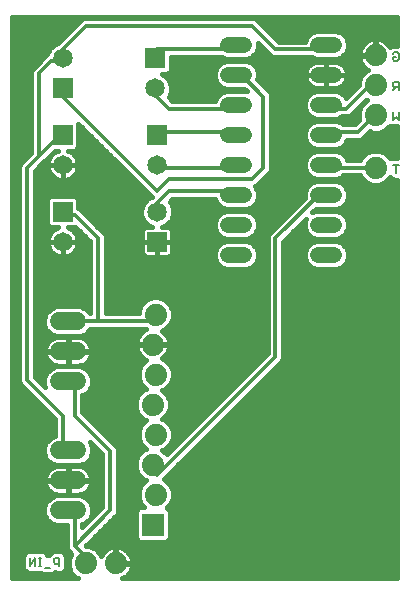
<source format=gbl>
G75*
%MOIN*%
%OFA0B0*%
%FSLAX24Y24*%
%IPPOS*%
%LPD*%
%AMOC8*
5,1,8,0,0,1.08239X$1,22.5*
%
%ADD10C,0.0050*%
%ADD11C,0.0520*%
%ADD12R,0.0650X0.0650*%
%ADD13C,0.0650*%
%ADD14C,0.0740*%
%ADD15C,0.0600*%
%ADD16R,0.0740X0.0740*%
%ADD17C,0.0120*%
%ADD18C,0.0160*%
D10*
X006107Y001389D02*
X006107Y001659D01*
X006287Y001659D02*
X006107Y001389D01*
X006287Y001389D02*
X006287Y001659D01*
X006394Y001659D02*
X006484Y001659D01*
X006439Y001659D02*
X006439Y001389D01*
X006484Y001389D02*
X006394Y001389D01*
X006598Y001343D02*
X006779Y001343D01*
X006938Y001479D02*
X007073Y001479D01*
X007073Y001389D02*
X007073Y001659D01*
X006938Y001659D01*
X006893Y001614D01*
X006893Y001524D01*
X006938Y001479D01*
X018304Y014504D02*
X018304Y014774D01*
X018394Y014774D02*
X018214Y014774D01*
X018214Y016275D02*
X018214Y016546D01*
X018394Y016546D02*
X018394Y016275D01*
X018304Y016366D01*
X018214Y016275D01*
X018214Y017260D02*
X018304Y017350D01*
X018259Y017350D02*
X018394Y017350D01*
X018394Y017260D02*
X018394Y017530D01*
X018259Y017530D01*
X018214Y017485D01*
X018214Y017395D01*
X018259Y017350D01*
X018259Y018244D02*
X018214Y018289D01*
X018214Y018379D01*
X018304Y018379D01*
X018214Y018469D02*
X018259Y018514D01*
X018349Y018514D01*
X018394Y018469D01*
X018394Y018289D01*
X018349Y018244D01*
X018259Y018244D01*
D11*
X016242Y017766D02*
X015722Y017766D01*
X015722Y016766D02*
X016242Y016766D01*
X016242Y015766D02*
X015722Y015766D01*
X015722Y014766D02*
X016242Y014766D01*
X016242Y013766D02*
X015722Y013766D01*
X015722Y012766D02*
X016242Y012766D01*
X016242Y011766D02*
X015722Y011766D01*
X013242Y011766D02*
X012722Y011766D01*
X012722Y012766D02*
X013242Y012766D01*
X013242Y013766D02*
X012722Y013766D01*
X012722Y014766D02*
X013242Y014766D01*
X013242Y015766D02*
X012722Y015766D01*
X012722Y016766D02*
X013242Y016766D01*
X013242Y017766D02*
X012722Y017766D01*
X012722Y018766D02*
X013242Y018766D01*
X015722Y018766D02*
X016242Y018766D01*
D12*
X010349Y015766D03*
X010278Y018317D03*
X007199Y017325D03*
X007199Y015766D03*
X007199Y013207D03*
X010349Y012207D03*
D13*
X010349Y013207D03*
X010349Y014766D03*
X010278Y017317D03*
X007199Y018325D03*
X007199Y014766D03*
X007199Y012207D03*
D14*
X010296Y009778D03*
X010196Y008778D03*
X010296Y007778D03*
X010196Y006778D03*
X010296Y005778D03*
X010196Y004778D03*
X010296Y003778D03*
X008971Y001487D03*
X007971Y001487D03*
X017632Y014676D03*
X017632Y016416D03*
X017632Y017416D03*
X017632Y018416D03*
D15*
X007680Y009554D02*
X007080Y009554D01*
X007080Y008554D02*
X007680Y008554D01*
X007680Y007554D02*
X007080Y007554D01*
X007080Y005250D02*
X007680Y005250D01*
X007680Y004250D02*
X007080Y004250D01*
X007080Y003250D02*
X007680Y003250D01*
D16*
X010196Y002778D03*
D17*
X008774Y003258D02*
X007593Y002077D01*
X007986Y001684D01*
X007971Y001487D01*
X007593Y002077D02*
X007593Y003258D01*
X007380Y003250D01*
X008774Y003258D02*
X008774Y005227D01*
X007593Y006408D01*
X007593Y007589D01*
X007380Y007554D01*
X007199Y006408D02*
X006018Y007589D01*
X006018Y014676D01*
X006411Y015069D01*
X006411Y017825D01*
X006805Y018219D01*
X007199Y018219D01*
X007199Y018325D01*
X007199Y018613D01*
X007986Y019400D01*
X013498Y019400D01*
X014286Y018613D01*
X015860Y018613D01*
X015982Y018766D01*
X017435Y017432D02*
X017632Y017416D01*
X017435Y017432D02*
X016648Y016644D01*
X016254Y016644D01*
X015982Y016766D01*
X016254Y015857D02*
X015982Y015766D01*
X016254Y015857D02*
X017041Y015857D01*
X017435Y016250D01*
X017632Y016416D01*
X017632Y014676D02*
X016254Y014676D01*
X015982Y014766D01*
X015860Y013888D02*
X015982Y013766D01*
X015860Y013888D02*
X014286Y012313D01*
X014286Y008376D01*
X010349Y004439D01*
X010196Y004778D01*
X007380Y005250D02*
X007199Y005227D01*
X007199Y006408D01*
X007380Y009554D02*
X007593Y009558D01*
X008380Y009558D01*
X008380Y012313D01*
X007593Y013101D01*
X007199Y013101D01*
X007199Y013207D01*
X006411Y015069D02*
X007199Y015857D01*
X007199Y015766D01*
X007199Y017038D02*
X007199Y017325D01*
X007199Y017038D02*
X010349Y013888D01*
X010742Y014282D01*
X013498Y014282D01*
X013892Y014676D01*
X013892Y017038D01*
X013104Y017825D01*
X012982Y017766D01*
X012711Y018613D02*
X012982Y018766D01*
X012711Y018613D02*
X010349Y018613D01*
X010278Y018317D01*
X010278Y017317D02*
X010349Y017038D01*
X010742Y016644D01*
X012711Y016644D01*
X012982Y016766D01*
X012711Y015857D02*
X012982Y015766D01*
X012711Y015857D02*
X010349Y015857D01*
X010349Y015766D01*
X010349Y014766D02*
X010349Y014676D01*
X012711Y014676D01*
X012982Y014766D01*
X012711Y013888D02*
X012982Y013766D01*
X012711Y013888D02*
X010742Y013888D01*
X010349Y013495D01*
X010349Y013207D01*
X010296Y009778D02*
X010349Y009558D01*
X008380Y009558D01*
D18*
X005514Y000982D02*
X005514Y019707D01*
X018333Y019707D01*
X018333Y018739D01*
X018257Y018739D01*
X018166Y018739D01*
X018112Y018685D01*
X018102Y018704D01*
X018051Y018774D01*
X017990Y018835D01*
X017920Y018886D01*
X017843Y018926D01*
X017761Y018952D01*
X017675Y018966D01*
X017652Y018966D01*
X017652Y018436D01*
X017612Y018436D01*
X017612Y018966D01*
X017589Y018966D01*
X017503Y018952D01*
X017421Y018926D01*
X017344Y018886D01*
X017274Y018835D01*
X017212Y018774D01*
X017162Y018704D01*
X017122Y018627D01*
X017096Y018545D01*
X017082Y018459D01*
X017082Y018436D01*
X017612Y018436D01*
X017612Y018396D01*
X017082Y018396D01*
X017082Y018373D01*
X017096Y018287D01*
X017122Y018205D01*
X017162Y018128D01*
X017212Y018057D01*
X017274Y017996D01*
X017344Y017945D01*
X017378Y017928D01*
X017309Y017899D01*
X017149Y017739D01*
X017062Y017529D01*
X017062Y017426D01*
X016641Y017005D01*
X016632Y017027D01*
X016503Y017156D01*
X016334Y017226D01*
X015631Y017226D01*
X015462Y017156D01*
X015332Y017027D01*
X015262Y016858D01*
X015262Y016675D01*
X015332Y016506D01*
X015462Y016376D01*
X015631Y016306D01*
X016334Y016306D01*
X016503Y016376D01*
X016511Y016384D01*
X016699Y016384D01*
X016795Y016424D01*
X017306Y016935D01*
X017309Y016933D01*
X017350Y016916D01*
X017309Y016899D01*
X017149Y016739D01*
X017062Y016529D01*
X017062Y016302D01*
X017079Y016262D01*
X016934Y016117D01*
X016542Y016117D01*
X016503Y016156D01*
X016334Y016226D01*
X015631Y016226D01*
X015462Y016156D01*
X015332Y016027D01*
X015262Y015858D01*
X015262Y015675D01*
X015332Y015506D01*
X015462Y015376D01*
X015631Y015306D01*
X016334Y015306D01*
X016503Y015376D01*
X016632Y015506D01*
X016670Y015597D01*
X017093Y015597D01*
X017189Y015636D01*
X017433Y015881D01*
X017519Y015846D01*
X017745Y015846D01*
X017955Y015933D01*
X018097Y016075D01*
X018121Y016050D01*
X018215Y016050D01*
X018307Y016050D01*
X018307Y016050D01*
X018333Y016050D01*
X018333Y014999D01*
X018121Y014999D01*
X018117Y014995D01*
X018115Y014999D01*
X017955Y015159D01*
X017745Y015246D01*
X017519Y015246D01*
X017309Y015159D01*
X017149Y014999D01*
X017123Y014936D01*
X016670Y014936D01*
X016632Y015027D01*
X016503Y015156D01*
X016334Y015226D01*
X015631Y015226D01*
X015462Y015156D01*
X015332Y015027D01*
X015262Y014858D01*
X015262Y014675D01*
X015332Y014506D01*
X015462Y014376D01*
X015631Y014306D01*
X016334Y014306D01*
X016503Y014376D01*
X016542Y014416D01*
X017123Y014416D01*
X017149Y014353D01*
X017309Y014192D01*
X017519Y014106D01*
X017745Y014106D01*
X017955Y014192D01*
X018115Y014353D01*
X018122Y014368D01*
X018211Y014279D01*
X018333Y014279D01*
X018333Y000982D01*
X009192Y000982D01*
X009259Y001016D01*
X009329Y001067D01*
X009390Y001128D01*
X009441Y001198D01*
X009480Y001276D01*
X009507Y001358D01*
X009521Y001443D01*
X009521Y001467D01*
X008991Y001467D01*
X008991Y001507D01*
X009521Y001507D01*
X009521Y001530D01*
X009507Y001615D01*
X009480Y001698D01*
X009441Y001775D01*
X009390Y001845D01*
X009329Y001906D01*
X009259Y001957D01*
X009182Y001996D01*
X009099Y002023D01*
X009014Y002037D01*
X008991Y002037D01*
X008991Y001507D01*
X008951Y001507D01*
X008951Y002037D01*
X008927Y002037D01*
X008842Y002023D01*
X008759Y001996D01*
X008682Y001957D01*
X008612Y001906D01*
X008551Y001845D01*
X008500Y001775D01*
X008482Y001740D01*
X008454Y001810D01*
X008293Y001970D01*
X008084Y002057D01*
X007981Y002057D01*
X007960Y002077D01*
X008994Y003111D01*
X009034Y003207D01*
X009034Y005279D01*
X008994Y005374D01*
X008921Y005447D01*
X007853Y006516D01*
X007853Y007084D01*
X007963Y007130D01*
X008104Y007270D01*
X008180Y007454D01*
X008180Y007653D01*
X008104Y007837D01*
X007963Y007977D01*
X007779Y008054D01*
X006981Y008054D01*
X006797Y007977D01*
X006656Y007837D01*
X006580Y007653D01*
X006580Y007454D01*
X006622Y007352D01*
X006278Y007697D01*
X006278Y014568D01*
X006559Y014849D01*
X006632Y014922D01*
X006632Y014922D01*
X006951Y015241D01*
X007027Y015241D01*
X007005Y015234D01*
X006934Y015198D01*
X006870Y015151D01*
X006814Y015095D01*
X006767Y015031D01*
X006731Y014960D01*
X006706Y014884D01*
X006694Y014806D01*
X006694Y014766D01*
X006694Y014726D01*
X006706Y014648D01*
X006731Y014572D01*
X006767Y014502D01*
X006814Y014437D01*
X006870Y014381D01*
X006934Y014334D01*
X007005Y014298D01*
X007081Y014274D01*
X007159Y014261D01*
X007199Y014261D01*
X007239Y014261D01*
X007317Y014274D01*
X007393Y014298D01*
X007464Y014334D01*
X007528Y014381D01*
X007584Y014437D01*
X007631Y014502D01*
X007667Y014572D01*
X007691Y014648D01*
X007704Y014726D01*
X007704Y014766D01*
X007199Y014766D01*
X007199Y014261D01*
X007199Y014766D01*
X007199Y014766D01*
X007199Y014766D01*
X007704Y014766D01*
X007704Y014806D01*
X007691Y014884D01*
X007667Y014960D01*
X007631Y015031D01*
X007584Y015095D01*
X007528Y015151D01*
X007464Y015198D01*
X007393Y015234D01*
X007371Y015241D01*
X007607Y015241D01*
X007724Y015358D01*
X007724Y016145D01*
X010128Y013741D01*
X010168Y013701D01*
X010051Y013652D01*
X009903Y013505D01*
X009824Y013312D01*
X009824Y013103D01*
X009903Y012910D01*
X010051Y012762D01*
X010172Y012712D01*
X010000Y012712D01*
X009954Y012700D01*
X009913Y012676D01*
X009879Y012643D01*
X009856Y012602D01*
X009844Y012556D01*
X009844Y012207D01*
X009844Y011858D01*
X009856Y011813D01*
X009879Y011772D01*
X009913Y011738D01*
X009954Y011714D01*
X010000Y011702D01*
X010348Y011702D01*
X010348Y012207D01*
X009844Y012207D01*
X010348Y012207D01*
X010348Y012207D01*
X010349Y012207D01*
X010349Y012207D01*
X010854Y012207D01*
X010854Y011858D01*
X010841Y011813D01*
X010818Y011772D01*
X010784Y011738D01*
X010743Y011714D01*
X010697Y011702D01*
X010349Y011702D01*
X010349Y012207D01*
X010854Y012207D01*
X010854Y012556D01*
X010841Y012602D01*
X010818Y012643D01*
X010784Y012676D01*
X010743Y012700D01*
X010697Y012712D01*
X010525Y012712D01*
X010646Y012762D01*
X010794Y012910D01*
X010874Y013103D01*
X010874Y013312D01*
X010794Y013505D01*
X010760Y013538D01*
X010850Y013628D01*
X012282Y013628D01*
X012332Y013506D01*
X012462Y013376D01*
X012631Y013306D01*
X013334Y013306D01*
X013503Y013376D01*
X013632Y013506D01*
X013702Y013675D01*
X013702Y013858D01*
X013632Y014027D01*
X013612Y014048D01*
X013645Y014062D01*
X013719Y014135D01*
X014112Y014528D01*
X014152Y014624D01*
X014152Y017090D01*
X014112Y017185D01*
X014039Y017258D01*
X013679Y017618D01*
X013702Y017675D01*
X013702Y017858D01*
X013632Y018027D01*
X013503Y018156D01*
X013334Y018226D01*
X012631Y018226D01*
X012462Y018156D01*
X012332Y018027D01*
X012262Y017858D01*
X012262Y017675D01*
X012332Y017506D01*
X012462Y017376D01*
X012631Y017306D01*
X013256Y017306D01*
X013337Y017225D01*
X013334Y017226D01*
X012631Y017226D01*
X012462Y017156D01*
X012332Y017027D01*
X012282Y016904D01*
X010850Y016904D01*
X010726Y017028D01*
X010803Y017213D01*
X010803Y017422D01*
X010723Y017615D01*
X010575Y017762D01*
X010503Y017792D01*
X010685Y017792D01*
X010803Y017910D01*
X010803Y018353D01*
X012519Y018353D01*
X012631Y018306D01*
X013334Y018306D01*
X013503Y018376D01*
X013632Y018506D01*
X013702Y018675D01*
X013702Y018828D01*
X014138Y018392D01*
X014234Y018353D01*
X015519Y018353D01*
X015631Y018306D01*
X016334Y018306D01*
X016503Y018376D01*
X016632Y018506D01*
X016702Y018675D01*
X016702Y018858D01*
X016632Y019027D01*
X016503Y019156D01*
X016334Y019226D01*
X015631Y019226D01*
X015462Y019156D01*
X015332Y019027D01*
X015269Y018873D01*
X014393Y018873D01*
X013719Y019547D01*
X013645Y019620D01*
X013550Y019660D01*
X007935Y019660D01*
X007839Y019620D01*
X007052Y018833D01*
X007051Y018832D01*
X006902Y018770D01*
X006754Y018623D01*
X006682Y018449D01*
X006658Y018439D01*
X006264Y018046D01*
X006191Y017973D01*
X006151Y017877D01*
X006151Y015177D01*
X005797Y014823D01*
X005758Y014727D01*
X005758Y007537D01*
X005797Y007442D01*
X005871Y007369D01*
X006939Y006300D01*
X006939Y005733D01*
X006797Y005674D01*
X006656Y005534D01*
X006580Y005350D01*
X006580Y005151D01*
X006656Y004967D01*
X006797Y004827D01*
X006981Y004750D01*
X007779Y004750D01*
X007963Y004827D01*
X008104Y004967D01*
X008180Y005151D01*
X008180Y005350D01*
X008107Y005526D01*
X008514Y005119D01*
X008514Y003366D01*
X007853Y002705D01*
X007853Y002781D01*
X007963Y002827D01*
X008104Y002967D01*
X008180Y003151D01*
X008180Y003350D01*
X008104Y003534D01*
X007963Y003674D01*
X007779Y003750D01*
X006981Y003750D01*
X006797Y003674D01*
X006656Y003534D01*
X006580Y003350D01*
X006580Y003151D01*
X006656Y002967D01*
X006797Y002827D01*
X006981Y002750D01*
X007333Y002750D01*
X007333Y002025D01*
X007372Y001930D01*
X007445Y001857D01*
X007490Y001812D01*
X007487Y001810D01*
X007401Y001600D01*
X007401Y001373D01*
X007487Y001164D01*
X007648Y001003D01*
X007698Y000982D01*
X005514Y000982D01*
X005514Y001136D02*
X006487Y001136D01*
X006505Y001118D02*
X006872Y001118D01*
X006948Y001195D01*
X006980Y001164D01*
X007166Y001164D01*
X007298Y001295D01*
X007433Y001295D01*
X007298Y001295D02*
X007298Y001752D01*
X007166Y001884D01*
X006939Y001884D01*
X006845Y001884D01*
X006845Y001884D01*
X006845Y001884D01*
X006800Y001839D01*
X006800Y001839D01*
X006712Y001750D01*
X006709Y001748D01*
X006709Y001752D01*
X006577Y001884D01*
X006356Y001884D01*
X006335Y001898D01*
X006265Y001884D01*
X006014Y001884D01*
X005882Y001752D01*
X005882Y001457D01*
X005868Y001436D01*
X005882Y001366D01*
X005882Y001295D01*
X005900Y001278D01*
X005905Y001253D01*
X005964Y001214D01*
X006014Y001164D01*
X006039Y001164D01*
X006060Y001150D01*
X006130Y001164D01*
X006460Y001164D01*
X006505Y001118D01*
X006890Y001136D02*
X007515Y001136D01*
X007401Y001453D02*
X007298Y001453D01*
X007298Y001612D02*
X007405Y001612D01*
X007471Y001770D02*
X007280Y001770D01*
X007373Y001929D02*
X005514Y001929D01*
X005514Y002087D02*
X007333Y002087D01*
X007333Y002246D02*
X005514Y002246D01*
X005514Y002404D02*
X007333Y002404D01*
X007333Y002563D02*
X005514Y002563D01*
X005514Y002721D02*
X007333Y002721D01*
X007853Y002721D02*
X007869Y002721D01*
X008017Y002880D02*
X008028Y002880D01*
X008133Y003038D02*
X008186Y003038D01*
X008180Y003197D02*
X008345Y003197D01*
X008503Y003355D02*
X008178Y003355D01*
X008112Y003514D02*
X008514Y003514D01*
X008514Y003672D02*
X007965Y003672D01*
X007914Y003831D02*
X008514Y003831D01*
X008514Y003989D02*
X008084Y003989D01*
X008091Y003999D02*
X008046Y003938D01*
X007993Y003884D01*
X007932Y003840D01*
X007864Y003806D01*
X007792Y003782D01*
X007718Y003770D01*
X007400Y003770D01*
X007400Y004230D01*
X007360Y004230D01*
X007360Y003770D01*
X007042Y003770D01*
X006968Y003782D01*
X006896Y003806D01*
X006828Y003840D01*
X006767Y003884D01*
X006714Y003938D01*
X006669Y003999D01*
X006635Y004066D01*
X006612Y004138D01*
X006600Y004213D01*
X006600Y004230D01*
X007360Y004230D01*
X007360Y004270D01*
X006600Y004270D01*
X006600Y004288D01*
X006612Y004363D01*
X006635Y004435D01*
X006669Y004502D01*
X006714Y004563D01*
X006767Y004617D01*
X006828Y004661D01*
X006896Y004695D01*
X006968Y004719D01*
X007042Y004730D01*
X007360Y004730D01*
X007360Y004270D01*
X007400Y004270D01*
X008160Y004270D01*
X008160Y004288D01*
X008148Y004363D01*
X008125Y004435D01*
X008091Y004502D01*
X008046Y004563D01*
X007993Y004617D01*
X007932Y004661D01*
X007864Y004695D01*
X007792Y004719D01*
X007718Y004730D01*
X007400Y004730D01*
X007400Y004270D01*
X007400Y004230D01*
X008160Y004230D01*
X008160Y004213D01*
X008148Y004138D01*
X008125Y004066D01*
X008091Y003999D01*
X008150Y004148D02*
X008514Y004148D01*
X008514Y004306D02*
X008157Y004306D01*
X008109Y004465D02*
X008514Y004465D01*
X008514Y004623D02*
X007983Y004623D01*
X007855Y004782D02*
X008514Y004782D01*
X008514Y004940D02*
X008077Y004940D01*
X008158Y005099D02*
X008514Y005099D01*
X008375Y005257D02*
X008180Y005257D01*
X008153Y005416D02*
X008217Y005416D01*
X008635Y005733D02*
X009726Y005733D01*
X009726Y005665D02*
X009726Y005891D01*
X009813Y006101D01*
X009968Y006256D01*
X009873Y006295D01*
X009713Y006455D01*
X009626Y006665D01*
X009626Y006891D01*
X009713Y007101D01*
X009873Y007261D01*
X009968Y007300D01*
X009813Y007455D01*
X009726Y007665D01*
X009726Y007891D01*
X009813Y008101D01*
X009973Y008261D01*
X009988Y008267D01*
X009985Y008268D01*
X009908Y008308D01*
X009838Y008358D01*
X009777Y008420D01*
X009726Y008490D01*
X009686Y008567D01*
X009660Y008649D01*
X009646Y008735D01*
X009646Y008758D01*
X010176Y008758D01*
X010176Y008798D01*
X009646Y008798D01*
X009646Y008821D01*
X009660Y008907D01*
X009686Y008989D01*
X009726Y009066D01*
X009777Y009136D01*
X009838Y009198D01*
X009908Y009248D01*
X009985Y009288D01*
X009988Y009289D01*
X009973Y009295D01*
X009971Y009298D01*
X008115Y009298D01*
X008104Y009270D01*
X007963Y009130D01*
X007779Y009054D01*
X006981Y009054D01*
X006797Y009130D01*
X006656Y009270D01*
X006580Y009454D01*
X006580Y009653D01*
X006656Y009837D01*
X006797Y009977D01*
X006981Y010054D01*
X007779Y010054D01*
X007963Y009977D01*
X008104Y009837D01*
X008112Y009818D01*
X008120Y009818D01*
X008120Y012206D01*
X007625Y012701D01*
X007607Y012682D01*
X007371Y012682D01*
X007393Y012675D01*
X007464Y012639D01*
X007528Y012592D01*
X007584Y012536D01*
X007631Y012472D01*
X007667Y012401D01*
X007691Y012325D01*
X007704Y012247D01*
X007704Y012207D01*
X007199Y012207D01*
X007199Y012207D01*
X007199Y011702D01*
X007239Y011702D01*
X007317Y011715D01*
X007393Y011739D01*
X007464Y011775D01*
X007528Y011822D01*
X007584Y011878D01*
X007631Y011942D01*
X007667Y012013D01*
X007691Y012089D01*
X007704Y012167D01*
X007704Y012207D01*
X007199Y012207D01*
X007199Y012207D01*
X007199Y011702D01*
X007159Y011702D01*
X007081Y011715D01*
X007005Y011739D01*
X006934Y011775D01*
X006870Y011822D01*
X006814Y011878D01*
X006767Y011942D01*
X006731Y012013D01*
X006706Y012089D01*
X006694Y012167D01*
X006694Y012207D01*
X007199Y012207D01*
X007199Y012207D01*
X006694Y012207D01*
X006694Y012247D01*
X006706Y012325D01*
X006731Y012401D01*
X006767Y012472D01*
X006814Y012536D01*
X006870Y012592D01*
X006934Y012639D01*
X007005Y012675D01*
X007027Y012682D01*
X006791Y012682D01*
X006674Y012799D01*
X006674Y013615D01*
X006791Y013732D01*
X007607Y013732D01*
X007724Y013615D01*
X007724Y013328D01*
X007740Y013321D01*
X008527Y012534D01*
X008527Y012534D01*
X008600Y012461D01*
X008640Y012365D01*
X008640Y009818D01*
X009726Y009818D01*
X009726Y009891D01*
X009813Y010101D01*
X009973Y010261D01*
X010183Y010348D01*
X010410Y010348D01*
X010619Y010261D01*
X010779Y010101D01*
X010866Y009891D01*
X010866Y009665D01*
X010779Y009455D01*
X010619Y009295D01*
X010493Y009242D01*
X010554Y009198D01*
X010616Y009136D01*
X010667Y009066D01*
X010706Y008989D01*
X010733Y008907D01*
X010746Y008821D01*
X010746Y008798D01*
X010216Y008798D01*
X010216Y008758D01*
X010746Y008758D01*
X010746Y008735D01*
X010733Y008649D01*
X010706Y008567D01*
X010667Y008490D01*
X010616Y008420D01*
X010554Y008358D01*
X010493Y008314D01*
X010619Y008261D01*
X010779Y008101D01*
X010866Y007891D01*
X010866Y007665D01*
X010779Y007455D01*
X010619Y007295D01*
X010525Y007256D01*
X010679Y007101D01*
X010766Y006891D01*
X010766Y006665D01*
X010679Y006455D01*
X010525Y006300D01*
X010619Y006261D01*
X010779Y006101D01*
X010866Y005891D01*
X010866Y005665D01*
X010779Y005455D01*
X010619Y005295D01*
X010525Y005256D01*
X010661Y005119D01*
X014026Y008484D01*
X014026Y012365D01*
X014065Y012461D01*
X014138Y012534D01*
X015267Y013663D01*
X015262Y013675D01*
X015262Y013858D01*
X015332Y014027D01*
X015462Y014156D01*
X015631Y014226D01*
X016334Y014226D01*
X016503Y014156D01*
X016632Y014027D01*
X016702Y013858D01*
X016702Y013675D01*
X016632Y013506D01*
X016503Y013376D01*
X016334Y013306D01*
X015646Y013306D01*
X015520Y013180D01*
X015631Y013226D01*
X016334Y013226D01*
X016503Y013156D01*
X016632Y013027D01*
X016702Y012858D01*
X016702Y012675D01*
X016632Y012506D01*
X016503Y012376D01*
X016334Y012306D01*
X015631Y012306D01*
X015462Y012376D01*
X015332Y012506D01*
X015262Y012675D01*
X015262Y012858D01*
X015308Y012968D01*
X014546Y012206D01*
X014546Y008325D01*
X014506Y008229D01*
X010562Y004285D01*
X010619Y004261D01*
X010779Y004101D01*
X010866Y003891D01*
X010866Y003665D01*
X010779Y003455D01*
X010661Y003336D01*
X010766Y003231D01*
X010766Y002325D01*
X010649Y002208D01*
X009743Y002208D01*
X009626Y002325D01*
X009626Y003231D01*
X009743Y003348D01*
X009920Y003348D01*
X009813Y003455D01*
X009726Y003665D01*
X009726Y003891D01*
X009813Y004101D01*
X009968Y004256D01*
X009873Y004295D01*
X009713Y004455D01*
X009626Y004665D01*
X009626Y004891D01*
X009713Y005101D01*
X009873Y005261D01*
X009968Y005300D01*
X009813Y005455D01*
X009726Y005665D01*
X009764Y005574D02*
X008794Y005574D01*
X008952Y005416D02*
X009852Y005416D01*
X009869Y005257D02*
X009034Y005257D01*
X009034Y005099D02*
X009712Y005099D01*
X009646Y004940D02*
X009034Y004940D01*
X009034Y004782D02*
X009626Y004782D01*
X009643Y004623D02*
X009034Y004623D01*
X009034Y004465D02*
X009709Y004465D01*
X009862Y004306D02*
X009034Y004306D01*
X009034Y004148D02*
X009860Y004148D01*
X009767Y003989D02*
X009034Y003989D01*
X009034Y003831D02*
X009726Y003831D01*
X009726Y003672D02*
X009034Y003672D01*
X009034Y003514D02*
X009789Y003514D01*
X009913Y003355D02*
X009034Y003355D01*
X009030Y003197D02*
X009626Y003197D01*
X009626Y003038D02*
X008921Y003038D01*
X008763Y002880D02*
X009626Y002880D01*
X009626Y002721D02*
X008604Y002721D01*
X008446Y002563D02*
X009626Y002563D01*
X009626Y002404D02*
X008287Y002404D01*
X008129Y002246D02*
X009705Y002246D01*
X009298Y001929D02*
X018333Y001929D01*
X018333Y002087D02*
X007970Y002087D01*
X008334Y001929D02*
X008644Y001929D01*
X008498Y001770D02*
X008470Y001770D01*
X008951Y001770D02*
X008991Y001770D01*
X008991Y001612D02*
X008951Y001612D01*
X008951Y001929D02*
X008991Y001929D01*
X009443Y001770D02*
X018333Y001770D01*
X018333Y001612D02*
X009508Y001612D01*
X009521Y001453D02*
X018333Y001453D01*
X018333Y001295D02*
X009487Y001295D01*
X009396Y001136D02*
X018333Y001136D01*
X018333Y002246D02*
X010687Y002246D01*
X010766Y002404D02*
X018333Y002404D01*
X018333Y002563D02*
X010766Y002563D01*
X010766Y002721D02*
X018333Y002721D01*
X018333Y002880D02*
X010766Y002880D01*
X010766Y003038D02*
X018333Y003038D01*
X018333Y003197D02*
X010766Y003197D01*
X010680Y003355D02*
X018333Y003355D01*
X018333Y003514D02*
X010804Y003514D01*
X010866Y003672D02*
X018333Y003672D01*
X018333Y003831D02*
X010866Y003831D01*
X010826Y003989D02*
X018333Y003989D01*
X018333Y004148D02*
X010732Y004148D01*
X010583Y004306D02*
X018333Y004306D01*
X018333Y004465D02*
X010742Y004465D01*
X010900Y004623D02*
X018333Y004623D01*
X018333Y004782D02*
X011059Y004782D01*
X011217Y004940D02*
X018333Y004940D01*
X018333Y005099D02*
X011376Y005099D01*
X011534Y005257D02*
X018333Y005257D01*
X018333Y005416D02*
X011693Y005416D01*
X011851Y005574D02*
X018333Y005574D01*
X018333Y005733D02*
X012010Y005733D01*
X012168Y005891D02*
X018333Y005891D01*
X018333Y006050D02*
X012327Y006050D01*
X012485Y006208D02*
X018333Y006208D01*
X018333Y006367D02*
X012644Y006367D01*
X012802Y006525D02*
X018333Y006525D01*
X018333Y006684D02*
X012961Y006684D01*
X013119Y006842D02*
X018333Y006842D01*
X018333Y007001D02*
X013278Y007001D01*
X013436Y007159D02*
X018333Y007159D01*
X018333Y007318D02*
X013595Y007318D01*
X013753Y007476D02*
X018333Y007476D01*
X018333Y007635D02*
X013912Y007635D01*
X014070Y007793D02*
X018333Y007793D01*
X018333Y007952D02*
X014229Y007952D01*
X014387Y008110D02*
X018333Y008110D01*
X018333Y008269D02*
X014522Y008269D01*
X014546Y008427D02*
X018333Y008427D01*
X018333Y008586D02*
X014546Y008586D01*
X014546Y008744D02*
X018333Y008744D01*
X018333Y008903D02*
X014546Y008903D01*
X014546Y009061D02*
X018333Y009061D01*
X018333Y009220D02*
X014546Y009220D01*
X014546Y009378D02*
X018333Y009378D01*
X018333Y009537D02*
X014546Y009537D01*
X014546Y009695D02*
X018333Y009695D01*
X018333Y009854D02*
X014546Y009854D01*
X014546Y010012D02*
X018333Y010012D01*
X018333Y010171D02*
X014546Y010171D01*
X014546Y010329D02*
X018333Y010329D01*
X018333Y010488D02*
X014546Y010488D01*
X014546Y010646D02*
X018333Y010646D01*
X018333Y010805D02*
X014546Y010805D01*
X014546Y010963D02*
X018333Y010963D01*
X018333Y011122D02*
X014546Y011122D01*
X014546Y011280D02*
X018333Y011280D01*
X018333Y011439D02*
X016566Y011439D01*
X016503Y011376D02*
X016334Y011306D01*
X015631Y011306D01*
X015462Y011376D01*
X015332Y011506D01*
X015262Y011675D01*
X015262Y011858D01*
X015332Y012027D01*
X015462Y012156D01*
X015631Y012226D01*
X016334Y012226D01*
X016503Y012156D01*
X016632Y012027D01*
X016702Y011858D01*
X016702Y011675D01*
X016632Y011506D01*
X016503Y011376D01*
X016670Y011597D02*
X018333Y011597D01*
X018333Y011756D02*
X016702Y011756D01*
X016679Y011914D02*
X018333Y011914D01*
X018333Y012073D02*
X016586Y012073D01*
X016517Y012390D02*
X018333Y012390D01*
X018333Y012548D02*
X016650Y012548D01*
X016702Y012707D02*
X018333Y012707D01*
X018333Y012865D02*
X016699Y012865D01*
X016634Y013024D02*
X018333Y013024D01*
X018333Y013182D02*
X016440Y013182D01*
X016418Y013341D02*
X018333Y013341D01*
X018333Y013499D02*
X016626Y013499D01*
X016695Y013658D02*
X018333Y013658D01*
X018333Y013816D02*
X016702Y013816D01*
X016654Y013975D02*
X018333Y013975D01*
X018333Y014133D02*
X017812Y014133D01*
X018054Y014292D02*
X018198Y014292D01*
X017451Y014133D02*
X016526Y014133D01*
X017210Y014292D02*
X013876Y014292D01*
X014034Y014450D02*
X015388Y014450D01*
X015290Y014609D02*
X014146Y014609D01*
X014152Y014767D02*
X015262Y014767D01*
X015291Y014926D02*
X014152Y014926D01*
X014152Y015084D02*
X015390Y015084D01*
X015437Y015401D02*
X014152Y015401D01*
X014152Y015243D02*
X017512Y015243D01*
X017752Y015243D02*
X018333Y015243D01*
X018333Y015401D02*
X016528Y015401D01*
X016655Y015560D02*
X018333Y015560D01*
X018333Y015718D02*
X017271Y015718D01*
X017429Y015877D02*
X017443Y015877D01*
X017821Y015877D02*
X018333Y015877D01*
X018333Y016035D02*
X018058Y016035D01*
X018029Y015084D02*
X018333Y015084D01*
X017235Y015084D02*
X016575Y015084D01*
X016412Y016194D02*
X017011Y016194D01*
X017062Y016352D02*
X016446Y016352D01*
X016882Y016511D02*
X017062Y016511D01*
X017041Y016669D02*
X017120Y016669D01*
X017199Y016828D02*
X017238Y016828D01*
X016939Y017303D02*
X013994Y017303D01*
X014129Y017145D02*
X015451Y017145D01*
X015316Y016986D02*
X014152Y016986D01*
X014152Y016828D02*
X015262Y016828D01*
X015265Y016669D02*
X014152Y016669D01*
X014152Y016511D02*
X015330Y016511D01*
X015519Y016352D02*
X014152Y016352D01*
X014152Y016194D02*
X015553Y016194D01*
X015341Y016035D02*
X014152Y016035D01*
X014152Y015877D02*
X015270Y015877D01*
X015262Y015718D02*
X014152Y015718D01*
X014152Y015560D02*
X015310Y015560D01*
X015439Y014133D02*
X013717Y014133D01*
X013654Y013975D02*
X015311Y013975D01*
X015262Y013816D02*
X013702Y013816D01*
X013695Y013658D02*
X015262Y013658D01*
X015104Y013499D02*
X013626Y013499D01*
X013418Y013341D02*
X014945Y013341D01*
X014787Y013182D02*
X013440Y013182D01*
X013503Y013156D02*
X013334Y013226D01*
X012631Y013226D01*
X012462Y013156D01*
X012332Y013027D01*
X012262Y012858D01*
X012262Y012675D01*
X012332Y012506D01*
X012462Y012376D01*
X012631Y012306D01*
X013334Y012306D01*
X013503Y012376D01*
X013632Y012506D01*
X013702Y012675D01*
X013702Y012858D01*
X013632Y013027D01*
X013503Y013156D01*
X013634Y013024D02*
X014628Y013024D01*
X014470Y012865D02*
X013699Y012865D01*
X013702Y012707D02*
X014311Y012707D01*
X014153Y012548D02*
X013650Y012548D01*
X013517Y012390D02*
X014036Y012390D01*
X014026Y012231D02*
X010854Y012231D01*
X010854Y012073D02*
X012379Y012073D01*
X012332Y012027D02*
X012462Y012156D01*
X012631Y012226D01*
X013334Y012226D01*
X013503Y012156D01*
X013632Y012027D01*
X013702Y011858D01*
X013702Y011675D01*
X013632Y011506D01*
X013503Y011376D01*
X013334Y011306D01*
X012631Y011306D01*
X012462Y011376D01*
X012332Y011506D01*
X012262Y011675D01*
X012262Y011858D01*
X012332Y012027D01*
X012286Y011914D02*
X010854Y011914D01*
X010802Y011756D02*
X012262Y011756D01*
X012294Y011597D02*
X008640Y011597D01*
X008640Y011439D02*
X012399Y011439D01*
X012448Y012390D02*
X010854Y012390D01*
X010854Y012548D02*
X012315Y012548D01*
X012262Y012707D02*
X010717Y012707D01*
X010749Y012865D02*
X012266Y012865D01*
X012331Y013024D02*
X010841Y013024D01*
X010874Y013182D02*
X012525Y013182D01*
X012547Y013341D02*
X010861Y013341D01*
X010796Y013499D02*
X012339Y013499D01*
X013586Y012073D02*
X014026Y012073D01*
X014026Y011914D02*
X013679Y011914D01*
X013702Y011756D02*
X014026Y011756D01*
X014026Y011597D02*
X013670Y011597D01*
X013566Y011439D02*
X014026Y011439D01*
X014026Y011280D02*
X008640Y011280D01*
X008640Y011122D02*
X014026Y011122D01*
X014026Y010963D02*
X008640Y010963D01*
X008640Y010805D02*
X014026Y010805D01*
X014026Y010646D02*
X008640Y010646D01*
X008640Y010488D02*
X014026Y010488D01*
X014026Y010329D02*
X010454Y010329D01*
X010709Y010171D02*
X014026Y010171D01*
X014026Y010012D02*
X010816Y010012D01*
X010866Y009854D02*
X014026Y009854D01*
X014026Y009695D02*
X010866Y009695D01*
X010813Y009537D02*
X014026Y009537D01*
X014026Y009378D02*
X010703Y009378D01*
X010524Y009220D02*
X014026Y009220D01*
X014026Y009061D02*
X010669Y009061D01*
X010733Y008903D02*
X014026Y008903D01*
X014026Y008744D02*
X010746Y008744D01*
X010712Y008586D02*
X014026Y008586D01*
X013969Y008427D02*
X010621Y008427D01*
X010600Y008269D02*
X013810Y008269D01*
X013652Y008110D02*
X010770Y008110D01*
X010841Y007952D02*
X013493Y007952D01*
X013335Y007793D02*
X010866Y007793D01*
X010854Y007635D02*
X013176Y007635D01*
X013018Y007476D02*
X010788Y007476D01*
X010642Y007318D02*
X012859Y007318D01*
X012701Y007159D02*
X010621Y007159D01*
X010721Y007001D02*
X012542Y007001D01*
X012384Y006842D02*
X010766Y006842D01*
X010766Y006684D02*
X012225Y006684D01*
X012067Y006525D02*
X010708Y006525D01*
X010591Y006367D02*
X011908Y006367D01*
X011750Y006208D02*
X010672Y006208D01*
X010800Y006050D02*
X011591Y006050D01*
X011433Y005891D02*
X010866Y005891D01*
X010866Y005733D02*
X011274Y005733D01*
X011116Y005574D02*
X010829Y005574D01*
X010740Y005416D02*
X010957Y005416D01*
X010799Y005257D02*
X010529Y005257D01*
X009726Y005891D02*
X008477Y005891D01*
X008318Y006050D02*
X009792Y006050D01*
X009920Y006208D02*
X008160Y006208D01*
X008001Y006367D02*
X009801Y006367D01*
X009684Y006525D02*
X007853Y006525D01*
X007853Y006684D02*
X009626Y006684D01*
X009626Y006842D02*
X007853Y006842D01*
X007853Y007001D02*
X009672Y007001D01*
X009771Y007159D02*
X007993Y007159D01*
X008124Y007318D02*
X009950Y007318D01*
X009804Y007476D02*
X008180Y007476D01*
X008180Y007635D02*
X009738Y007635D01*
X009726Y007793D02*
X008122Y007793D01*
X007989Y007952D02*
X009751Y007952D01*
X009822Y008110D02*
X007868Y008110D01*
X007864Y008109D02*
X007932Y008143D01*
X007993Y008187D01*
X008046Y008241D01*
X008091Y008302D01*
X008125Y008369D01*
X008148Y008441D01*
X008160Y008516D01*
X008160Y008534D01*
X007400Y008534D01*
X007400Y008574D01*
X007360Y008574D01*
X007360Y009034D01*
X007042Y009034D01*
X006968Y009022D01*
X006896Y008998D01*
X006828Y008964D01*
X006767Y008920D01*
X006714Y008866D01*
X006669Y008805D01*
X006635Y008738D01*
X006612Y008666D01*
X006600Y008591D01*
X006600Y008574D01*
X007360Y008574D01*
X007360Y008534D01*
X006600Y008534D01*
X006600Y008516D01*
X006612Y008441D01*
X006635Y008369D01*
X006669Y008302D01*
X006714Y008241D01*
X006767Y008187D01*
X006828Y008143D01*
X006896Y008109D01*
X006968Y008085D01*
X007042Y008074D01*
X007360Y008074D01*
X007360Y008534D01*
X007400Y008534D01*
X007400Y008074D01*
X007718Y008074D01*
X007792Y008085D01*
X007864Y008109D01*
X008066Y008269D02*
X009984Y008269D01*
X009771Y008427D02*
X008144Y008427D01*
X008160Y008574D02*
X008160Y008591D01*
X008148Y008666D01*
X008125Y008738D01*
X008091Y008805D01*
X008046Y008866D01*
X007993Y008920D01*
X007932Y008964D01*
X007864Y008998D01*
X007792Y009022D01*
X007718Y009034D01*
X007400Y009034D01*
X007400Y008574D01*
X008160Y008574D01*
X008160Y008586D02*
X009680Y008586D01*
X009646Y008744D02*
X008121Y008744D01*
X008009Y008903D02*
X009659Y008903D01*
X009723Y009061D02*
X007798Y009061D01*
X008053Y009220D02*
X009869Y009220D01*
X009726Y009854D02*
X008640Y009854D01*
X008640Y010012D02*
X009776Y010012D01*
X009883Y010171D02*
X008640Y010171D01*
X008640Y010329D02*
X010138Y010329D01*
X010348Y011756D02*
X010349Y011756D01*
X010348Y011914D02*
X010349Y011914D01*
X010348Y012073D02*
X010349Y012073D01*
X009844Y012073D02*
X008640Y012073D01*
X008640Y012231D02*
X009844Y012231D01*
X009844Y012390D02*
X008630Y012390D01*
X008513Y012548D02*
X009844Y012548D01*
X009980Y012707D02*
X008354Y012707D01*
X008196Y012865D02*
X009948Y012865D01*
X009856Y013024D02*
X008037Y013024D01*
X007879Y013182D02*
X009824Y013182D01*
X009836Y013341D02*
X007724Y013341D01*
X007724Y013499D02*
X009901Y013499D01*
X010065Y013658D02*
X007681Y013658D01*
X007373Y014292D02*
X009577Y014292D01*
X009419Y014450D02*
X007594Y014450D01*
X007679Y014609D02*
X009260Y014609D01*
X009102Y014767D02*
X007704Y014767D01*
X007678Y014926D02*
X008943Y014926D01*
X008785Y015084D02*
X007592Y015084D01*
X007608Y015243D02*
X008626Y015243D01*
X008468Y015401D02*
X007724Y015401D01*
X007724Y015560D02*
X008309Y015560D01*
X008151Y015718D02*
X007724Y015718D01*
X007724Y015877D02*
X007992Y015877D01*
X007834Y016035D02*
X007724Y016035D01*
X006806Y015084D02*
X006794Y015084D01*
X006720Y014926D02*
X006636Y014926D01*
X006559Y014849D02*
X006559Y014849D01*
X006477Y014767D02*
X006694Y014767D01*
X006694Y014766D02*
X007199Y014766D01*
X006694Y014766D01*
X006719Y014609D02*
X006319Y014609D01*
X006278Y014450D02*
X006804Y014450D01*
X007024Y014292D02*
X006278Y014292D01*
X006278Y014133D02*
X009736Y014133D01*
X009894Y013975D02*
X006278Y013975D01*
X006278Y013816D02*
X010053Y013816D01*
X010128Y013741D02*
X010128Y013741D01*
X009844Y011914D02*
X008640Y011914D01*
X008640Y011756D02*
X009895Y011756D01*
X008120Y011756D02*
X007426Y011756D01*
X007199Y011756D02*
X007199Y011756D01*
X007199Y011914D02*
X007199Y011914D01*
X007199Y012073D02*
X007199Y012073D01*
X006972Y011756D02*
X006278Y011756D01*
X006278Y011914D02*
X006787Y011914D01*
X006712Y012073D02*
X006278Y012073D01*
X006278Y012231D02*
X006694Y012231D01*
X006727Y012390D02*
X006278Y012390D01*
X006278Y012548D02*
X006826Y012548D01*
X006766Y012707D02*
X006278Y012707D01*
X006278Y012865D02*
X006674Y012865D01*
X006674Y013024D02*
X006278Y013024D01*
X006278Y013182D02*
X006674Y013182D01*
X006674Y013341D02*
X006278Y013341D01*
X006278Y013499D02*
X006674Y013499D01*
X006717Y013658D02*
X006278Y013658D01*
X005758Y013658D02*
X005514Y013658D01*
X005514Y013816D02*
X005758Y013816D01*
X005758Y013975D02*
X005514Y013975D01*
X005514Y014133D02*
X005758Y014133D01*
X005758Y014292D02*
X005514Y014292D01*
X005514Y014450D02*
X005758Y014450D01*
X005758Y014609D02*
X005514Y014609D01*
X005514Y014767D02*
X005774Y014767D01*
X005900Y014926D02*
X005514Y014926D01*
X005514Y015084D02*
X006059Y015084D01*
X006151Y015243D02*
X005514Y015243D01*
X005514Y015401D02*
X006151Y015401D01*
X006151Y015560D02*
X005514Y015560D01*
X005514Y015718D02*
X006151Y015718D01*
X006151Y015877D02*
X005514Y015877D01*
X005514Y016035D02*
X006151Y016035D01*
X006151Y016194D02*
X005514Y016194D01*
X005514Y016352D02*
X006151Y016352D01*
X006151Y016511D02*
X005514Y016511D01*
X005514Y016669D02*
X006151Y016669D01*
X006151Y016828D02*
X005514Y016828D01*
X005514Y016986D02*
X006151Y016986D01*
X006151Y017145D02*
X005514Y017145D01*
X005514Y017303D02*
X006151Y017303D01*
X006151Y017462D02*
X005514Y017462D01*
X005514Y017620D02*
X006151Y017620D01*
X006151Y017779D02*
X005514Y017779D01*
X005514Y017937D02*
X006177Y017937D01*
X006314Y018096D02*
X005514Y018096D01*
X005514Y018254D02*
X006473Y018254D01*
X006631Y018413D02*
X005514Y018413D01*
X005514Y018571D02*
X006733Y018571D01*
X006861Y018730D02*
X005514Y018730D01*
X005514Y018888D02*
X007107Y018888D01*
X007265Y019047D02*
X005514Y019047D01*
X005514Y019205D02*
X007424Y019205D01*
X007582Y019364D02*
X005514Y019364D01*
X005514Y019522D02*
X007741Y019522D01*
X005514Y019681D02*
X018333Y019681D01*
X018333Y019522D02*
X013743Y019522D01*
X013902Y019364D02*
X018333Y019364D01*
X018333Y019205D02*
X016384Y019205D01*
X016612Y019047D02*
X018333Y019047D01*
X018333Y018888D02*
X017916Y018888D01*
X018084Y018730D02*
X018157Y018730D01*
X018166Y018739D02*
X018166Y018739D01*
X018166Y018739D01*
X017652Y018730D02*
X017612Y018730D01*
X017612Y018888D02*
X017652Y018888D01*
X017652Y018571D02*
X017612Y018571D01*
X017612Y018413D02*
X016540Y018413D01*
X016660Y018571D02*
X017104Y018571D01*
X017180Y018730D02*
X016702Y018730D01*
X016690Y018888D02*
X017348Y018888D01*
X017106Y018254D02*
X010803Y018254D01*
X010803Y018096D02*
X012402Y018096D01*
X012295Y017937D02*
X010803Y017937D01*
X010535Y017779D02*
X012262Y017779D01*
X012285Y017620D02*
X010717Y017620D01*
X010786Y017462D02*
X012376Y017462D01*
X012451Y017145D02*
X010774Y017145D01*
X010768Y016986D02*
X012316Y016986D01*
X013259Y017303D02*
X010803Y017303D01*
X013540Y018413D02*
X014118Y018413D01*
X013959Y018571D02*
X013660Y018571D01*
X013702Y018730D02*
X013801Y018730D01*
X014219Y019047D02*
X015353Y019047D01*
X015275Y018888D02*
X014377Y018888D01*
X014060Y019205D02*
X015581Y019205D01*
X015688Y018206D02*
X015619Y018195D01*
X015553Y018174D01*
X015492Y018143D01*
X015436Y018102D01*
X015387Y018053D01*
X015346Y017997D01*
X015315Y017935D01*
X015293Y017869D01*
X015282Y017801D01*
X015282Y017766D01*
X015282Y017732D01*
X015293Y017663D01*
X015315Y017597D01*
X015346Y017536D01*
X015387Y017480D01*
X015436Y017431D01*
X015492Y017390D01*
X015553Y017358D01*
X015619Y017337D01*
X015688Y017326D01*
X015982Y017326D01*
X015982Y017766D01*
X015282Y017766D01*
X015982Y017766D01*
X015982Y017766D01*
X015982Y017766D01*
X015982Y017326D01*
X016277Y017326D01*
X016345Y017337D01*
X016411Y017358D01*
X016473Y017390D01*
X016529Y017431D01*
X016578Y017480D01*
X016619Y017536D01*
X016650Y017597D01*
X016672Y017663D01*
X016682Y017732D01*
X016682Y017766D01*
X015982Y017766D01*
X015982Y018206D01*
X015688Y018206D01*
X015430Y018096D02*
X013563Y018096D01*
X013669Y017937D02*
X015316Y017937D01*
X015282Y017779D02*
X013702Y017779D01*
X013680Y017620D02*
X015307Y017620D01*
X015404Y017462D02*
X013835Y017462D01*
X015982Y017462D02*
X015982Y017462D01*
X015982Y017620D02*
X015982Y017620D01*
X015982Y017766D02*
X015982Y017766D01*
X015982Y017766D01*
X015982Y018206D01*
X016277Y018206D01*
X016345Y018195D01*
X016411Y018174D01*
X016473Y018143D01*
X016529Y018102D01*
X016578Y018053D01*
X016619Y017997D01*
X016650Y017935D01*
X016672Y017869D01*
X016682Y017801D01*
X016682Y017766D01*
X015982Y017766D01*
X015982Y017779D02*
X015982Y017779D01*
X015982Y017937D02*
X015982Y017937D01*
X015982Y018096D02*
X015982Y018096D01*
X016535Y018096D02*
X017185Y018096D01*
X017359Y017937D02*
X016649Y017937D01*
X016682Y017779D02*
X017189Y017779D01*
X017100Y017620D02*
X016658Y017620D01*
X016560Y017462D02*
X017062Y017462D01*
X016781Y017145D02*
X016514Y017145D01*
X015525Y013182D02*
X015522Y013182D01*
X015266Y012865D02*
X015205Y012865D01*
X015262Y012707D02*
X015047Y012707D01*
X014888Y012548D02*
X015315Y012548D01*
X015448Y012390D02*
X014730Y012390D01*
X014571Y012231D02*
X018333Y012231D01*
X015379Y012073D02*
X014546Y012073D01*
X014546Y011914D02*
X015286Y011914D01*
X015262Y011756D02*
X014546Y011756D01*
X014546Y011597D02*
X015294Y011597D01*
X015399Y011439D02*
X014546Y011439D01*
X008120Y011439D02*
X006278Y011439D01*
X006278Y011597D02*
X008120Y011597D01*
X008120Y011280D02*
X006278Y011280D01*
X006278Y011122D02*
X008120Y011122D01*
X008120Y010963D02*
X006278Y010963D01*
X006278Y010805D02*
X008120Y010805D01*
X008120Y010646D02*
X006278Y010646D01*
X006278Y010488D02*
X008120Y010488D01*
X008120Y010329D02*
X006278Y010329D01*
X006278Y010171D02*
X008120Y010171D01*
X008120Y010012D02*
X007879Y010012D01*
X008087Y009854D02*
X008120Y009854D01*
X007400Y008903D02*
X007360Y008903D01*
X007360Y008744D02*
X007400Y008744D01*
X007400Y008586D02*
X007360Y008586D01*
X007360Y008427D02*
X007400Y008427D01*
X007400Y008269D02*
X007360Y008269D01*
X007360Y008110D02*
X007400Y008110D01*
X006892Y008110D02*
X006278Y008110D01*
X006278Y007952D02*
X006771Y007952D01*
X006638Y007793D02*
X006278Y007793D01*
X006340Y007635D02*
X006580Y007635D01*
X006580Y007476D02*
X006498Y007476D01*
X006080Y007159D02*
X005514Y007159D01*
X005514Y007001D02*
X006238Y007001D01*
X006397Y006842D02*
X005514Y006842D01*
X005514Y006684D02*
X006555Y006684D01*
X006714Y006525D02*
X005514Y006525D01*
X005514Y006367D02*
X006872Y006367D01*
X006939Y006208D02*
X005514Y006208D01*
X005514Y006050D02*
X006939Y006050D01*
X006939Y005891D02*
X005514Y005891D01*
X005514Y005733D02*
X006938Y005733D01*
X006697Y005574D02*
X005514Y005574D01*
X005514Y005416D02*
X006607Y005416D01*
X006580Y005257D02*
X005514Y005257D01*
X005514Y005099D02*
X006602Y005099D01*
X006683Y004940D02*
X005514Y004940D01*
X005514Y004782D02*
X006905Y004782D01*
X006777Y004623D02*
X005514Y004623D01*
X005514Y004465D02*
X006651Y004465D01*
X006603Y004306D02*
X005514Y004306D01*
X005514Y004148D02*
X006610Y004148D01*
X006676Y003989D02*
X005514Y003989D01*
X005514Y003831D02*
X006846Y003831D01*
X006795Y003672D02*
X005514Y003672D01*
X005514Y003514D02*
X006648Y003514D01*
X006582Y003355D02*
X005514Y003355D01*
X005514Y003197D02*
X006580Y003197D01*
X006627Y003038D02*
X005514Y003038D01*
X005514Y002880D02*
X006743Y002880D01*
X007360Y003831D02*
X007400Y003831D01*
X007400Y003989D02*
X007360Y003989D01*
X007360Y004148D02*
X007400Y004148D01*
X007400Y004306D02*
X007360Y004306D01*
X007360Y004465D02*
X007400Y004465D01*
X007400Y004623D02*
X007360Y004623D01*
X005921Y007318D02*
X005514Y007318D01*
X005514Y007476D02*
X005783Y007476D01*
X005758Y007635D02*
X005514Y007635D01*
X005514Y007793D02*
X005758Y007793D01*
X005758Y007952D02*
X005514Y007952D01*
X005514Y008110D02*
X005758Y008110D01*
X005758Y008269D02*
X005514Y008269D01*
X005514Y008427D02*
X005758Y008427D01*
X005758Y008586D02*
X005514Y008586D01*
X005514Y008744D02*
X005758Y008744D01*
X005758Y008903D02*
X005514Y008903D01*
X005514Y009061D02*
X005758Y009061D01*
X005758Y009220D02*
X005514Y009220D01*
X005514Y009378D02*
X005758Y009378D01*
X005758Y009537D02*
X005514Y009537D01*
X005514Y009695D02*
X005758Y009695D01*
X005758Y009854D02*
X005514Y009854D01*
X005514Y010012D02*
X005758Y010012D01*
X005758Y010171D02*
X005514Y010171D01*
X005514Y010329D02*
X005758Y010329D01*
X005758Y010488D02*
X005514Y010488D01*
X005514Y010646D02*
X005758Y010646D01*
X005758Y010805D02*
X005514Y010805D01*
X005514Y010963D02*
X005758Y010963D01*
X005758Y011122D02*
X005514Y011122D01*
X005514Y011280D02*
X005758Y011280D01*
X005758Y011439D02*
X005514Y011439D01*
X005514Y011597D02*
X005758Y011597D01*
X005758Y011756D02*
X005514Y011756D01*
X005514Y011914D02*
X005758Y011914D01*
X005758Y012073D02*
X005514Y012073D01*
X005514Y012231D02*
X005758Y012231D01*
X005758Y012390D02*
X005514Y012390D01*
X005514Y012548D02*
X005758Y012548D01*
X005758Y012707D02*
X005514Y012707D01*
X005514Y012865D02*
X005758Y012865D01*
X005758Y013024D02*
X005514Y013024D01*
X005514Y013182D02*
X005758Y013182D01*
X005758Y013341D02*
X005514Y013341D01*
X005514Y013499D02*
X005758Y013499D01*
X007199Y014292D02*
X007199Y014292D01*
X007199Y014450D02*
X007199Y014450D01*
X007199Y014609D02*
X007199Y014609D01*
X007199Y014766D02*
X007199Y014766D01*
X007572Y012548D02*
X007777Y012548D01*
X007670Y012390D02*
X007936Y012390D01*
X008094Y012231D02*
X007704Y012231D01*
X007686Y012073D02*
X008120Y012073D01*
X008120Y011914D02*
X007610Y011914D01*
X006881Y010012D02*
X006278Y010012D01*
X006278Y009854D02*
X006673Y009854D01*
X006598Y009695D02*
X006278Y009695D01*
X006278Y009537D02*
X006580Y009537D01*
X006611Y009378D02*
X006278Y009378D01*
X006278Y009220D02*
X006707Y009220D01*
X006962Y009061D02*
X006278Y009061D01*
X006278Y008903D02*
X006751Y008903D01*
X006639Y008744D02*
X006278Y008744D01*
X006278Y008586D02*
X006600Y008586D01*
X006616Y008427D02*
X006278Y008427D01*
X006278Y008269D02*
X006694Y008269D01*
X006690Y001770D02*
X006732Y001770D01*
X005901Y001770D02*
X005514Y001770D01*
X005514Y001612D02*
X005882Y001612D01*
X005880Y001453D02*
X005514Y001453D01*
X005514Y001295D02*
X005883Y001295D01*
M02*

</source>
